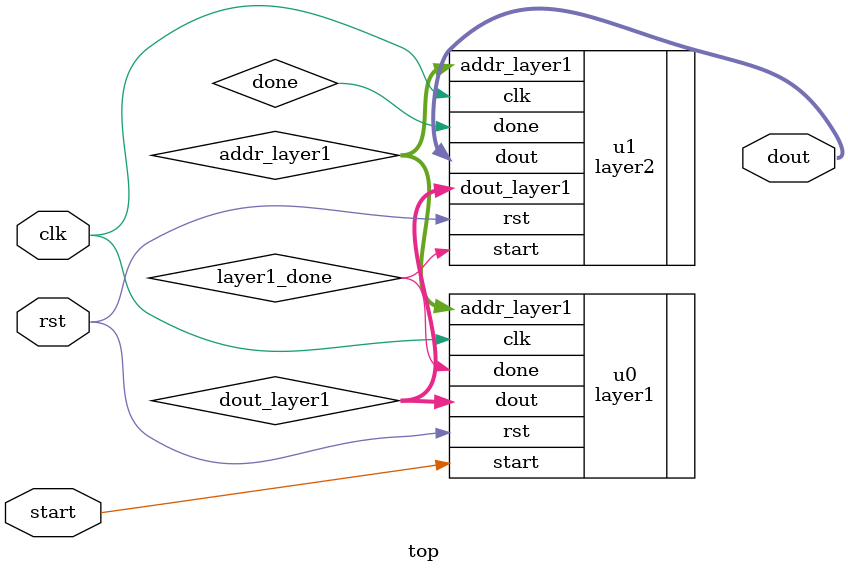
<source format=v>
`timescale 1ns / 1ps


module top(clk, rst, start, dout);

input clk, rst, start;
output [31:0] dout;

wire signed [63:0] dout_layer1;
wire layer1_done, layer2_done;
wire [11:0] addr_layer1;
wire done;
layer1 u0(.clk(clk), .rst(rst), .start(start), .addr_layer1(addr_layer1), .dout(dout_layer1), .done(layer1_done)); 
layer2 u1(.clk(clk), .rst(rst), .start(layer1_done), .dout_layer1(dout_layer1), .addr_layer1(addr_layer1), .dout(dout), .done(done));
endmodule

</source>
